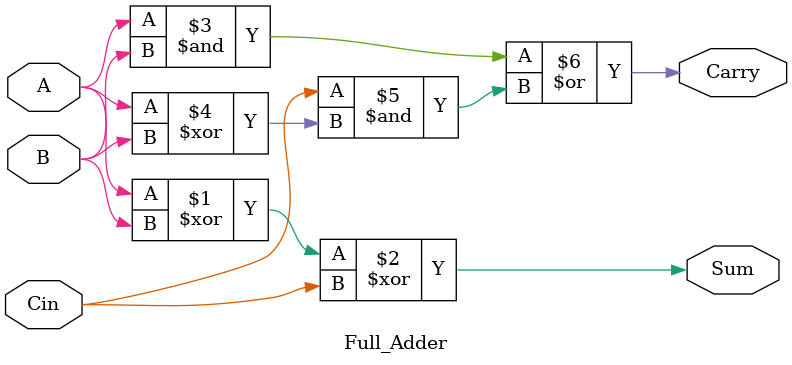
<source format=v>
module Full_Adder (
    input A,
    input B,
    input Cin,
    output Sum,
    output Carry
);
    assign Sum = A ^ B ^ Cin;
    assign Carry = (A & B) | (Cin & (A ^ B));
endmodule

</source>
